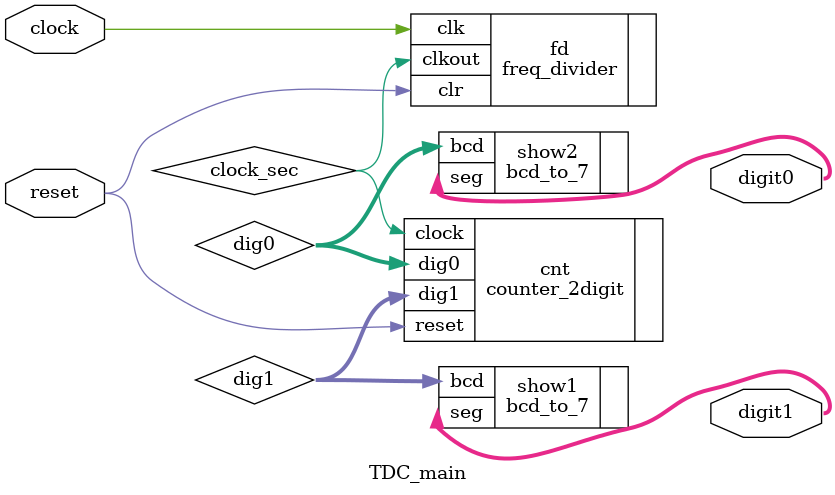
<source format=v>
`timescale 1ns / 1ps
module TDC_main(
    input clock,
    input reset,
    output [6:0] digit1,
    output [6:0] digit0
    );

  wire clock_sec;

  freq_divider fd(
    .clr(reset), .clk(clock), .clkout(clock_sec)
  );

  wire [3:0] dig1;
  wire [3:0] dig0;

  counter_2digit cnt(
    .reset(reset),
    .clock(clock_sec),
    .dig1(dig1),
    .dig0(dig0)
  );

  bcd_to_7 show1(
    .bcd(dig1), .seg(digit1)
  );
  bcd_to_7 show2(
    .bcd(dig0), .seg(digit0)
  );


endmodule

</source>
